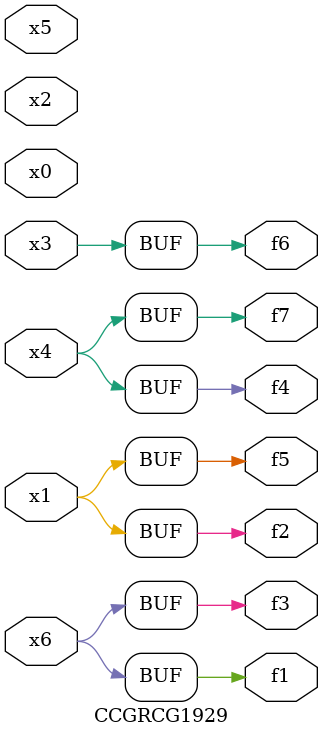
<source format=v>
module CCGRCG1929(
	input x0, x1, x2, x3, x4, x5, x6,
	output f1, f2, f3, f4, f5, f6, f7
);
	assign f1 = x6;
	assign f2 = x1;
	assign f3 = x6;
	assign f4 = x4;
	assign f5 = x1;
	assign f6 = x3;
	assign f7 = x4;
endmodule

</source>
